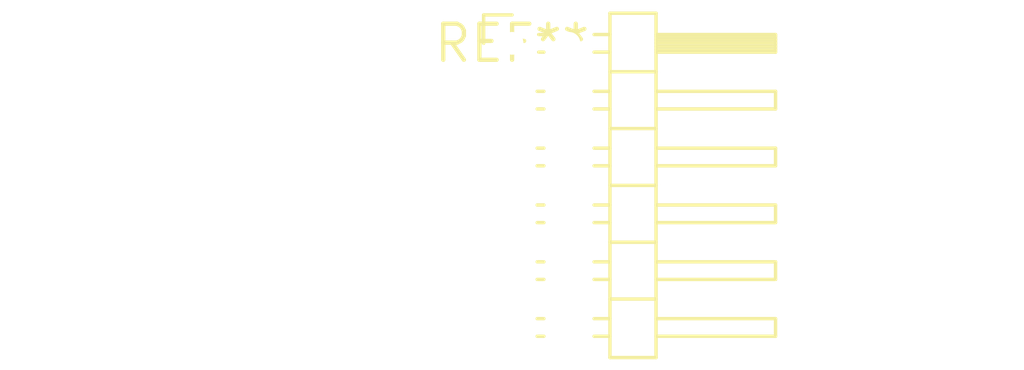
<source format=kicad_pcb>
(kicad_pcb (version 20240108) (generator pcbnew)
  (layers (0 "F.Cu" signal) (31 "B.Cu" signal) (34 "B.Paste" user) (35 "F.Paste" user) (36 "B.SilkS" user "B.Silkscreen") (37 "F.SilkS" user "F.Silkscreen") (38 "B.Mask" user) (39 "F.Mask" user) (44 "Edge.Cuts" user))
  (net 0 "")
  (footprint "PinHeader_2x06_P2.00mm_Horizontal" (layer "F.Cu") (at 0 0)
    (property "Reference" "REF**")
    (property "Value" "PinHeader_2x06_P2.00mm_Horizontal")
    (fp_line (start -1 -1) (end 0 -1) (layer "F.SilkS") (stroke (width 0.12)))
    (fp_line (start -1 0) (end -1 -1) (layer "F.SilkS") (stroke (width 0.12)))
    (fp_line (start 0.882114 1.69) (end 1.117886 1.69) (layer "F.SilkS") (stroke (width 0.12)))
    (fp_line (start 0.882114 2.31) (end 1.117886 2.31) (layer "F.SilkS") (stroke (width 0.12)))
    (fp_line (start 0.882114 3.69) (end 1.117886 3.69) (layer "F.SilkS") (stroke (width 0.12)))
    (fp_line (start 0.882114 4.31) (end 1.117886 4.31) (layer "F.SilkS") (stroke (width 0.12)))
    (fp_line (start 0.882114 5.69) (end 1.117886 5.69) (layer "F.SilkS") (stroke (width 0.12)))
    (fp_line (start 0.882114 6.31) (end 1.117886 6.31) (layer "F.SilkS") (stroke (width 0.12)))
    (fp_line (start 0.882114 7.69) (end 1.117886 7.69) (layer "F.SilkS") (stroke (width 0.12)))
    (fp_line (start 0.882114 8.31) (end 1.117886 8.31) (layer "F.SilkS") (stroke (width 0.12)))
    (fp_line (start 0.882114 9.69) (end 1.117886 9.69) (layer "F.SilkS") (stroke (width 0.12)))
    (fp_line (start 0.882114 10.31) (end 1.117886 10.31) (layer "F.SilkS") (stroke (width 0.12)))
    (fp_line (start 0.935 -0.31) (end 1.117886 -0.31) (layer "F.SilkS") (stroke (width 0.12)))
    (fp_line (start 0.935 0.31) (end 1.117886 0.31) (layer "F.SilkS") (stroke (width 0.12)))
    (fp_line (start 2.882114 -0.31) (end 3.44 -0.31) (layer "F.SilkS") (stroke (width 0.12)))
    (fp_line (start 2.882114 0.31) (end 3.44 0.31) (layer "F.SilkS") (stroke (width 0.12)))
    (fp_line (start 2.882114 1.69) (end 3.44 1.69) (layer "F.SilkS") (stroke (width 0.12)))
    (fp_line (start 2.882114 2.31) (end 3.44 2.31) (layer "F.SilkS") (stroke (width 0.12)))
    (fp_line (start 2.882114 3.69) (end 3.44 3.69) (layer "F.SilkS") (stroke (width 0.12)))
    (fp_line (start 2.882114 4.31) (end 3.44 4.31) (layer "F.SilkS") (stroke (width 0.12)))
    (fp_line (start 2.882114 5.69) (end 3.44 5.69) (layer "F.SilkS") (stroke (width 0.12)))
    (fp_line (start 2.882114 6.31) (end 3.44 6.31) (layer "F.SilkS") (stroke (width 0.12)))
    (fp_line (start 2.882114 7.69) (end 3.44 7.69) (layer "F.SilkS") (stroke (width 0.12)))
    (fp_line (start 2.882114 8.31) (end 3.44 8.31) (layer "F.SilkS") (stroke (width 0.12)))
    (fp_line (start 2.882114 9.69) (end 3.44 9.69) (layer "F.SilkS") (stroke (width 0.12)))
    (fp_line (start 2.882114 10.31) (end 3.44 10.31) (layer "F.SilkS") (stroke (width 0.12)))
    (fp_line (start 3.44 -1.06) (end 3.44 11.06) (layer "F.SilkS") (stroke (width 0.12)))
    (fp_line (start 3.44 1) (end 5.06 1) (layer "F.SilkS") (stroke (width 0.12)))
    (fp_line (start 3.44 3) (end 5.06 3) (layer "F.SilkS") (stroke (width 0.12)))
    (fp_line (start 3.44 5) (end 5.06 5) (layer "F.SilkS") (stroke (width 0.12)))
    (fp_line (start 3.44 7) (end 5.06 7) (layer "F.SilkS") (stroke (width 0.12)))
    (fp_line (start 3.44 9) (end 5.06 9) (layer "F.SilkS") (stroke (width 0.12)))
    (fp_line (start 3.44 11.06) (end 5.06 11.06) (layer "F.SilkS") (stroke (width 0.12)))
    (fp_line (start 5.06 -1.06) (end 3.44 -1.06) (layer "F.SilkS") (stroke (width 0.12)))
    (fp_line (start 5.06 -0.31) (end 9.26 -0.31) (layer "F.SilkS") (stroke (width 0.12)))
    (fp_line (start 5.06 -0.25) (end 9.26 -0.25) (layer "F.SilkS") (stroke (width 0.12)))
    (fp_line (start 5.06 -0.13) (end 9.26 -0.13) (layer "F.SilkS") (stroke (width 0.12)))
    (fp_line (start 5.06 -0.01) (end 9.26 -0.01) (layer "F.SilkS") (stroke (width 0.12)))
    (fp_line (start 5.06 0.11) (end 9.26 0.11) (layer "F.SilkS") (stroke (width 0.12)))
    (fp_line (start 5.06 0.23) (end 9.26 0.23) (layer "F.SilkS") (stroke (width 0.12)))
    (fp_line (start 5.06 1.69) (end 9.26 1.69) (layer "F.SilkS") (stroke (width 0.12)))
    (fp_line (start 5.06 3.69) (end 9.26 3.69) (layer "F.SilkS") (stroke (width 0.12)))
    (fp_line (start 5.06 5.69) (end 9.26 5.69) (layer "F.SilkS") (stroke (width 0.12)))
    (fp_line (start 5.06 7.69) (end 9.26 7.69) (layer "F.SilkS") (stroke (width 0.12)))
    (fp_line (start 5.06 9.69) (end 9.26 9.69) (layer "F.SilkS") (stroke (width 0.12)))
    (fp_line (start 5.06 11.06) (end 5.06 -1.06) (layer "F.SilkS") (stroke (width 0.12)))
    (fp_line (start 9.26 -0.31) (end 9.26 0.31) (layer "F.SilkS") (stroke (width 0.12)))
    (fp_line (start 9.26 0.31) (end 5.06 0.31) (layer "F.SilkS") (stroke (width 0.12)))
    (fp_line (start 9.26 1.69) (end 9.26 2.31) (layer "F.SilkS") (stroke (width 0.12)))
    (fp_line (start 9.26 2.31) (end 5.06 2.31) (layer "F.SilkS") (stroke (width 0.12)))
    (fp_line (start 9.26 3.69) (end 9.26 4.31) (layer "F.SilkS") (stroke (width 0.12)))
    (fp_line (start 9.26 4.31) (end 5.06 4.31) (layer "F.SilkS") (stroke (width 0.12)))
    (fp_line (start 9.26 5.69) (end 9.26 6.31) (layer "F.SilkS") (stroke (width 0.12)))
    (fp_line (start 9.26 6.31) (end 5.06 6.31) (layer "F.SilkS") (stroke (width 0.12)))
    (fp_line (start 9.26 7.69) (end 9.26 8.31) (layer "F.SilkS") (stroke (width 0.12)))
    (fp_line (start 9.26 8.31) (end 5.06 8.31) (layer "F.SilkS") (stroke (width 0.12)))
    (fp_line (start 9.26 9.69) (end 9.26 10.31) (layer "F.SilkS") (stroke (width 0.12)))
    (fp_line (start 9.26 10.31) (end 5.06 10.31) (layer "F.SilkS") (stroke (width 0.12)))
    (pad "1" thru_hole rect (at 0 0) (size 1.35 1.35) (drill 0.8) (layers *.Cu *.Mask) (remove_unused_layers))
    (pad "2" thru_hole oval (at 2 0) (size 1.35 1.35) (drill 0.8) (layers *.Cu *.Mask) (remove_unused_layers))
    (pad "3" thru_hole oval (at 0 2) (size 1.35 1.35) (drill 0.8) (layers *.Cu *.Mask) (remove_unused_layers))
    (pad "4" thru_hole oval (at 2 2) (size 1.35 1.35) (drill 0.8) (layers *.Cu *.Mask) (remove_unused_layers))
    (pad "5" thru_hole oval (at 0 4) (size 1.35 1.35) (drill 0.8) (layers *.Cu *.Mask) (remove_unused_layers))
    (pad "6" thru_hole oval (at 2 4) (size 1.35 1.35) (drill 0.8) (layers *.Cu *.Mask) (remove_unused_layers))
    (pad "7" thru_hole oval (at 0 6) (size 1.35 1.35) (drill 0.8) (layers *.Cu *.Mask) (remove_unused_layers))
    (pad "8" thru_hole oval (at 2 6) (size 1.35 1.35) (drill 0.8) (layers *.Cu *.Mask) (remove_unused_layers))
    (pad "9" thru_hole oval (at 0 8) (size 1.35 1.35) (drill 0.8) (layers *.Cu *.Mask) (remove_unused_layers))
    (pad "10" thru_hole oval (at 2 8) (size 1.35 1.35) (drill 0.8) (layers *.Cu *.Mask) (remove_unused_layers))
    (pad "11" thru_hole oval (at 0 10) (size 1.35 1.35) (drill 0.8) (layers *.Cu *.Mask) (remove_unused_layers))
    (pad "12" thru_hole oval (at 2 10) (size 1.35 1.35) (drill 0.8) (layers *.Cu *.Mask) (remove_unused_layers))
  )
)
</source>
